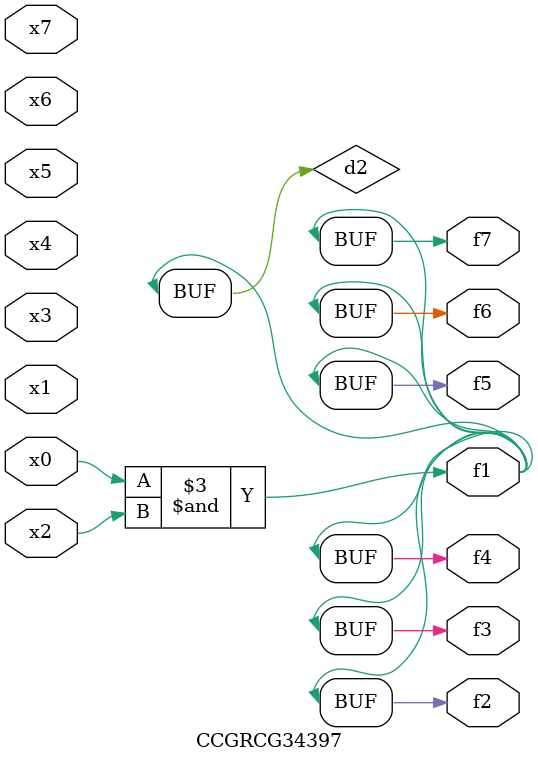
<source format=v>
module CCGRCG34397(
	input x0, x1, x2, x3, x4, x5, x6, x7,
	output f1, f2, f3, f4, f5, f6, f7
);

	wire d1, d2;

	nor (d1, x3, x6);
	and (d2, x0, x2);
	assign f1 = d2;
	assign f2 = d2;
	assign f3 = d2;
	assign f4 = d2;
	assign f5 = d2;
	assign f6 = d2;
	assign f7 = d2;
endmodule

</source>
